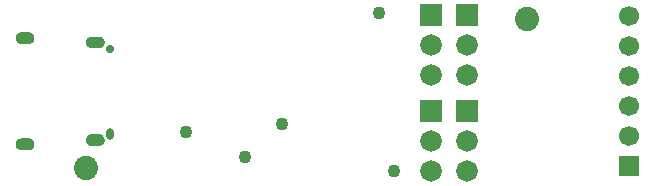
<source format=gbs>
G04*
G04 #@! TF.GenerationSoftware,Altium Limited,Altium Designer,24.5.2 (23)*
G04*
G04 Layer_Color=16711935*
%FSLAX44Y44*%
%MOMM*%
G71*
G04*
G04 #@! TF.SameCoordinates,BF8D7023-4997-4B88-B44D-E550DFEB14E1*
G04*
G04*
G04 #@! TF.FilePolarity,Negative*
G04*
G01*
G75*
%ADD41O,1.5000X0.9000*%
%ADD42O,0.7008X1.0008*%
%ADD43C,0.7008*%
%ADD44C,1.7008*%
%ADD45R,1.7008X1.7008*%
%ADD46C,1.8288*%
%ADD47R,1.8288X1.8288*%
%ADD48C,2.0508*%
%ADD68C,1.1016*%
G36*
X298893Y739838D02*
X298873Y739577D01*
X298838Y739318D01*
X298791Y739060D01*
X298730Y738806D01*
X298655Y738555D01*
X298568Y738308D01*
X298468Y738066D01*
X298355Y737830D01*
X298230Y737600D01*
X298093Y737377D01*
X297945Y737161D01*
X297786Y736953D01*
X297616Y736754D01*
X297435Y736564D01*
X297246Y736384D01*
X297047Y736214D01*
X296839Y736055D01*
X296623Y735907D01*
X296400Y735770D01*
X296170Y735645D01*
X295934Y735532D01*
X295692Y735432D01*
X295445Y735345D01*
X295194Y735270D01*
X294940Y735209D01*
X294682Y735162D01*
X294423Y735127D01*
X294162Y735107D01*
X293900Y735100D01*
X287900D01*
X287638Y735107D01*
X287377Y735127D01*
X287118Y735162D01*
X286861Y735209D01*
X286606Y735270D01*
X286355Y735345D01*
X286108Y735432D01*
X285866Y735532D01*
X285630Y735645D01*
X285400Y735770D01*
X285177Y735907D01*
X284961Y736055D01*
X284753Y736214D01*
X284554Y736384D01*
X284364Y736564D01*
X284184Y736754D01*
X284014Y736953D01*
X283855Y737161D01*
X283707Y737377D01*
X283570Y737600D01*
X283445Y737830D01*
X283332Y738066D01*
X283232Y738308D01*
X283145Y738555D01*
X283070Y738806D01*
X283009Y739060D01*
X282962Y739318D01*
X282927Y739577D01*
X282907Y739838D01*
X282900Y740100D01*
X282907Y740362D01*
X282927Y740623D01*
X282962Y740882D01*
X283009Y741140D01*
X283070Y741394D01*
X283145Y741645D01*
X283232Y741892D01*
X283332Y742134D01*
X283445Y742370D01*
X283570Y742600D01*
X283707Y742823D01*
X283855Y743039D01*
X284014Y743247D01*
X284184Y743446D01*
X284364Y743635D01*
X284554Y743816D01*
X284753Y743986D01*
X284961Y744145D01*
X285177Y744293D01*
X285400Y744430D01*
X285630Y744555D01*
X285866Y744668D01*
X286108Y744768D01*
X286355Y744855D01*
X286606Y744930D01*
X286861Y744991D01*
X287118Y745038D01*
X287377Y745073D01*
X287638Y745093D01*
X287900Y745100D01*
X293900D01*
X294162Y745093D01*
X294423Y745072D01*
X294682Y745038D01*
X294940Y744991D01*
X295194Y744930D01*
X295445Y744855D01*
X295692Y744768D01*
X295934Y744668D01*
X296170Y744555D01*
X296400Y744430D01*
X296623Y744293D01*
X296839Y744145D01*
X297047Y743986D01*
X297246Y743816D01*
X297435Y743635D01*
X297616Y743446D01*
X297786Y743247D01*
X297945Y743039D01*
X298093Y742823D01*
X298230Y742600D01*
X298355Y742370D01*
X298468Y742134D01*
X298568Y741892D01*
X298655Y741645D01*
X298730Y741394D01*
X298791Y741140D01*
X298838Y740882D01*
X298873Y740623D01*
X298893Y740362D01*
X298900Y740100D01*
X298893Y739838D01*
D02*
G37*
G36*
X358393Y743438D02*
X358373Y743177D01*
X358339Y742918D01*
X358291Y742660D01*
X358230Y742406D01*
X358155Y742155D01*
X358068Y741908D01*
X357968Y741666D01*
X357855Y741430D01*
X357730Y741200D01*
X357593Y740977D01*
X357445Y740761D01*
X357286Y740553D01*
X357116Y740354D01*
X356936Y740164D01*
X356746Y739984D01*
X356547Y739814D01*
X356339Y739655D01*
X356123Y739507D01*
X355900Y739370D01*
X355670Y739245D01*
X355434Y739132D01*
X355192Y739032D01*
X354945Y738945D01*
X354694Y738870D01*
X354440Y738809D01*
X354182Y738762D01*
X353923Y738727D01*
X353662Y738707D01*
X353400Y738700D01*
X347400D01*
X347138Y738707D01*
X346877Y738727D01*
X346618Y738762D01*
X346360Y738809D01*
X346106Y738870D01*
X345855Y738945D01*
X345608Y739032D01*
X345366Y739132D01*
X345130Y739245D01*
X344900Y739370D01*
X344677Y739507D01*
X344461Y739655D01*
X344253Y739814D01*
X344054Y739984D01*
X343865Y740164D01*
X343684Y740354D01*
X343514Y740553D01*
X343355Y740761D01*
X343207Y740977D01*
X343070Y741200D01*
X342945Y741430D01*
X342832Y741666D01*
X342732Y741908D01*
X342645Y742155D01*
X342570Y742406D01*
X342509Y742660D01*
X342462Y742918D01*
X342427Y743177D01*
X342407Y743438D01*
X342400Y743700D01*
X342407Y743962D01*
X342427Y744223D01*
X342462Y744482D01*
X342509Y744740D01*
X342570Y744994D01*
X342645Y745245D01*
X342732Y745492D01*
X342832Y745734D01*
X342945Y745970D01*
X343070Y746200D01*
X343207Y746423D01*
X343355Y746639D01*
X343514Y746847D01*
X343684Y747046D01*
X343865Y747235D01*
X344054Y747416D01*
X344253Y747586D01*
X344461Y747745D01*
X344677Y747893D01*
X344900Y748030D01*
X345130Y748155D01*
X345366Y748268D01*
X345608Y748368D01*
X345855Y748455D01*
X346106Y748530D01*
X346360Y748591D01*
X346618Y748638D01*
X346877Y748672D01*
X347138Y748693D01*
X347400Y748700D01*
X353400D01*
X353662Y748693D01*
X353923Y748672D01*
X354182Y748638D01*
X354440Y748591D01*
X354694Y748530D01*
X354945Y748455D01*
X355192Y748368D01*
X355434Y748268D01*
X355670Y748155D01*
X355900Y748030D01*
X356123Y747893D01*
X356339Y747745D01*
X356547Y747586D01*
X356746Y747416D01*
X356936Y747235D01*
X357116Y747046D01*
X357286Y746847D01*
X357445Y746639D01*
X357593Y746423D01*
X357730Y746200D01*
X357855Y745970D01*
X357968Y745734D01*
X358068Y745492D01*
X358155Y745245D01*
X358230Y744994D01*
X358291Y744740D01*
X358339Y744482D01*
X358373Y744223D01*
X358393Y743962D01*
X358400Y743700D01*
X358393Y743438D01*
D02*
G37*
G36*
X298893Y829638D02*
X298873Y829377D01*
X298838Y829118D01*
X298791Y828860D01*
X298730Y828606D01*
X298655Y828355D01*
X298568Y828108D01*
X298468Y827866D01*
X298355Y827630D01*
X298230Y827400D01*
X298093Y827177D01*
X297945Y826961D01*
X297786Y826753D01*
X297616Y826554D01*
X297435Y826364D01*
X297246Y826184D01*
X297047Y826014D01*
X296839Y825855D01*
X296623Y825707D01*
X296400Y825570D01*
X296170Y825445D01*
X295934Y825332D01*
X295692Y825232D01*
X295445Y825145D01*
X295194Y825070D01*
X294940Y825009D01*
X294682Y824961D01*
X294423Y824927D01*
X294162Y824907D01*
X293900Y824900D01*
X287900D01*
X287638Y824907D01*
X287377Y824927D01*
X287118Y824961D01*
X286861Y825009D01*
X286606Y825070D01*
X286355Y825145D01*
X286108Y825232D01*
X285866Y825332D01*
X285630Y825445D01*
X285400Y825570D01*
X285177Y825707D01*
X284961Y825855D01*
X284753Y826014D01*
X284554Y826184D01*
X284364Y826364D01*
X284184Y826554D01*
X284014Y826753D01*
X283855Y826961D01*
X283707Y827177D01*
X283570Y827400D01*
X283445Y827630D01*
X283332Y827866D01*
X283232Y828108D01*
X283145Y828355D01*
X283070Y828606D01*
X283009Y828860D01*
X282962Y829118D01*
X282927Y829377D01*
X282907Y829638D01*
X282900Y829900D01*
X282907Y830162D01*
X282927Y830423D01*
X282962Y830682D01*
X283009Y830939D01*
X283070Y831194D01*
X283145Y831445D01*
X283232Y831692D01*
X283332Y831934D01*
X283445Y832170D01*
X283570Y832400D01*
X283707Y832623D01*
X283855Y832839D01*
X284014Y833047D01*
X284184Y833246D01*
X284364Y833436D01*
X284554Y833616D01*
X284753Y833786D01*
X284961Y833945D01*
X285177Y834093D01*
X285400Y834230D01*
X285630Y834355D01*
X285866Y834468D01*
X286108Y834568D01*
X286355Y834655D01*
X286606Y834730D01*
X286860Y834791D01*
X287118Y834838D01*
X287377Y834873D01*
X287638Y834893D01*
X287900Y834900D01*
X293900D01*
X294162Y834893D01*
X294423Y834873D01*
X294682Y834838D01*
X294939Y834791D01*
X295194Y834730D01*
X295445Y834655D01*
X295692Y834568D01*
X295934Y834468D01*
X296170Y834355D01*
X296400Y834230D01*
X296623Y834093D01*
X296839Y833945D01*
X297047Y833786D01*
X297246Y833616D01*
X297435Y833436D01*
X297616Y833246D01*
X297786Y833047D01*
X297945Y832839D01*
X298093Y832623D01*
X298230Y832400D01*
X298355Y832170D01*
X298468Y831934D01*
X298568Y831692D01*
X298655Y831445D01*
X298730Y831194D01*
X298791Y830939D01*
X298838Y830682D01*
X298873Y830423D01*
X298893Y830162D01*
X298900Y829900D01*
X298893Y829638D01*
D02*
G37*
G36*
X358393Y826038D02*
X358373Y825777D01*
X358338Y825518D01*
X358291Y825260D01*
X358230Y825006D01*
X358155Y824755D01*
X358068Y824508D01*
X357968Y824266D01*
X357855Y824030D01*
X357730Y823800D01*
X357593Y823577D01*
X357445Y823361D01*
X357286Y823153D01*
X357116Y822954D01*
X356936Y822764D01*
X356746Y822584D01*
X356547Y822414D01*
X356339Y822255D01*
X356123Y822107D01*
X355900Y821970D01*
X355670Y821845D01*
X355434Y821732D01*
X355192Y821632D01*
X354945Y821545D01*
X354694Y821470D01*
X354440Y821409D01*
X354182Y821361D01*
X353923Y821327D01*
X353662Y821307D01*
X353400Y821300D01*
X347400D01*
X347138Y821307D01*
X346877Y821327D01*
X346618Y821361D01*
X346360Y821409D01*
X346106Y821470D01*
X345855Y821545D01*
X345608Y821632D01*
X345366Y821732D01*
X345130Y821845D01*
X344900Y821970D01*
X344677Y822107D01*
X344461Y822255D01*
X344253Y822414D01*
X344054Y822584D01*
X343865Y822764D01*
X343684Y822954D01*
X343514Y823153D01*
X343355Y823361D01*
X343207Y823577D01*
X343070Y823800D01*
X342945Y824030D01*
X342832Y824266D01*
X342732Y824508D01*
X342645Y824755D01*
X342570Y825006D01*
X342509Y825260D01*
X342462Y825518D01*
X342427Y825777D01*
X342407Y826038D01*
X342400Y826300D01*
X342407Y826562D01*
X342427Y826823D01*
X342462Y827082D01*
X342509Y827339D01*
X342570Y827594D01*
X342645Y827845D01*
X342732Y828092D01*
X342832Y828334D01*
X342945Y828570D01*
X343070Y828800D01*
X343207Y829023D01*
X343355Y829239D01*
X343514Y829447D01*
X343684Y829646D01*
X343865Y829836D01*
X344054Y830016D01*
X344253Y830186D01*
X344461Y830345D01*
X344677Y830493D01*
X344900Y830630D01*
X345130Y830755D01*
X345366Y830868D01*
X345608Y830968D01*
X345855Y831055D01*
X346106Y831130D01*
X346360Y831191D01*
X346618Y831238D01*
X346877Y831273D01*
X347138Y831293D01*
X347400Y831300D01*
X353400D01*
X353662Y831293D01*
X353923Y831273D01*
X354182Y831238D01*
X354440Y831191D01*
X354694Y831130D01*
X354945Y831055D01*
X355192Y830968D01*
X355434Y830868D01*
X355670Y830755D01*
X355900Y830630D01*
X356123Y830493D01*
X356339Y830345D01*
X356547Y830186D01*
X356746Y830016D01*
X356936Y829836D01*
X357116Y829646D01*
X357286Y829447D01*
X357445Y829239D01*
X357593Y829023D01*
X357730Y828800D01*
X357855Y828570D01*
X357968Y828334D01*
X358068Y828092D01*
X358155Y827845D01*
X358230Y827594D01*
X358291Y827339D01*
X358339Y827082D01*
X358373Y826823D01*
X358393Y826562D01*
X358400Y826300D01*
X358393Y826038D01*
D02*
G37*
D41*
X290900Y740100D02*
D03*
X290900Y829900D02*
D03*
X350400Y826300D02*
D03*
X350400Y743700D02*
D03*
D42*
X362900Y749000D02*
D03*
D43*
Y821000D02*
D03*
D44*
X802160Y848500D02*
D03*
Y823100D02*
D03*
Y797700D02*
D03*
Y772300D02*
D03*
Y746900D02*
D03*
D45*
Y721500D02*
D03*
D46*
X634520Y824370D02*
D03*
X665000Y743090D02*
D03*
Y717690D02*
D03*
X634520Y798970D02*
D03*
X665000Y824370D02*
D03*
Y798970D02*
D03*
X634520Y743090D02*
D03*
Y717690D02*
D03*
D47*
X665000Y768490D02*
D03*
X634520Y849770D02*
D03*
X665000D02*
D03*
X634520Y768490D02*
D03*
D48*
X715800Y845960D02*
D03*
X342500Y720000D02*
D03*
D68*
X477520Y728980D02*
D03*
X427510Y750456D02*
D03*
X603250Y717550D02*
D03*
X508250Y757000D02*
D03*
X590550Y850900D02*
D03*
M02*

</source>
